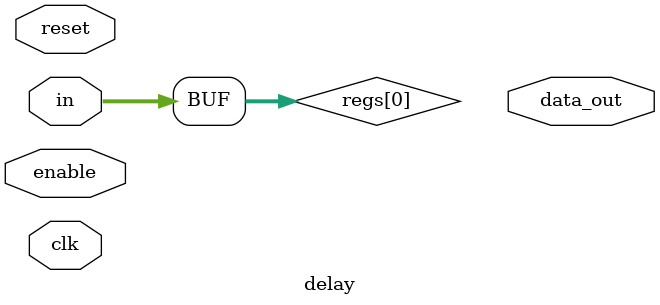
<source format=sv>

module mux2x1
#(
    parameter int WIDTH = 1
)
(
    input logic[WIDTH-1:0] in0,
    input logic[WIDTH-1:0] in1,
    input logic select,
    output logic[WIDTH-1:0] data_out
);

    assign data_out = select == 1'b1 ? in1 : in0;

endmodule

module register
#(
    parameter int WIDTH = 32
)
(
    input logic[WIDTH-1:0] in,
    input logic clk,
    input logic reset,
    input logic enable,
    output logic[WIDTH-1:0] data_out
);

    always_ff @(posedge clk or posedge reset) begin
        if(reset)
            data_out <= '0;

        else if (enable)
            data_out <= in;
    end

endmodule

module delay
#(
    parameter int WIDTH = 32,
    parameter int CYCLES = 2
)
(
    input logic[WIDTH-1:0] in,
    output logic[WIDTH-1:0] data_out,
    input logic clk,
    input logic reset,
    input logic enable
);
    logic [WIDTH-1:0] regs[CYCLES+1];

    assign regs[0] = in;
    assign out = regs[CYCLES];

    for (genvar i = 0; i < CYCLES; i++) begin :register_array
        register #(.WIDTH(WIDTH)) register_array (
            .clk(clk),
            .reset(reset),
            .enable(enable),
            .in(regs[i]),
            .data_out(regs[i+1])
        );
    end

endmodule
</source>
